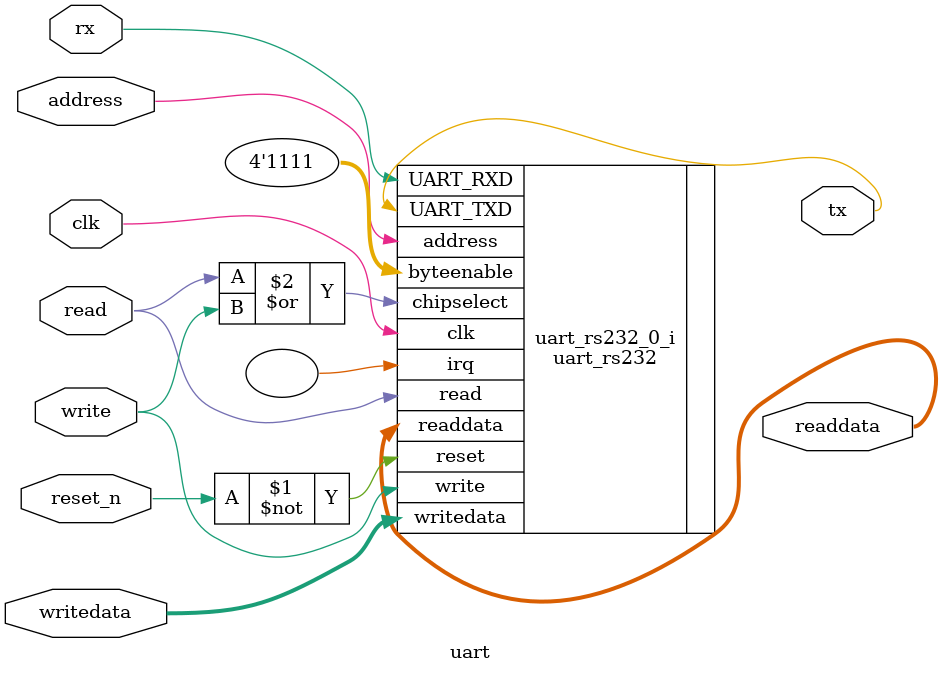
<source format=v>

`timescale 1ns / 10ps

module uart
#(parameter CLK_FREQ_MHZ  = 100,
            BAUD_RATE     = 115200
)
(
  // Clock and reset
  input            clk,
  input            reset_n,

  // Serial interface
  input            rx,
  output           tx,

  // Bus interface
  input            address,
  input            read,
  input            write,
  input  [31:0]    writedata,
  output [31:0]    readdata
);

localparam BAUD_TICK_COUNT         = (CLK_FREQ_MHZ*1000000)/BAUD_RATE;
localparam HALF_BAUD_TICK_COUNT    = BAUD_TICK_COUNT/2;

localparam TDW                     = 10;                      // Total data width
localparam DW                      = 8;                       // Data width
localparam ODD_PARITY              = 1'b0;
localparam CW                      = $clog2(BAUD_TICK_COUNT); // Baud counter width


  uart_rs232 #(
     .CW                             (CW),
     .BAUD_TICK_COUNT                (BAUD_TICK_COUNT),
     .HALF_BAUD_TICK_COUNT           (HALF_BAUD_TICK_COUNT),
     .TDW                            (TDW),
     .DW                             (DW),
     .ODD_PARITY                     (ODD_PARITY)
     ) uart_rs232_0_i
     (
     .clk                            (clk),
     .reset                          (~reset_n),

     .address                        (address),
     .chipselect                     (read | write),
     .byteenable                     (4'b1111),
     .read                           (read),
     .write                          (write),
     .writedata                      (writedata),
     .readdata                       (readdata),

     .UART_RXD                       (rx),
     .UART_TXD                       (tx),

     .irq                            ()

  );

endmodule
</source>
